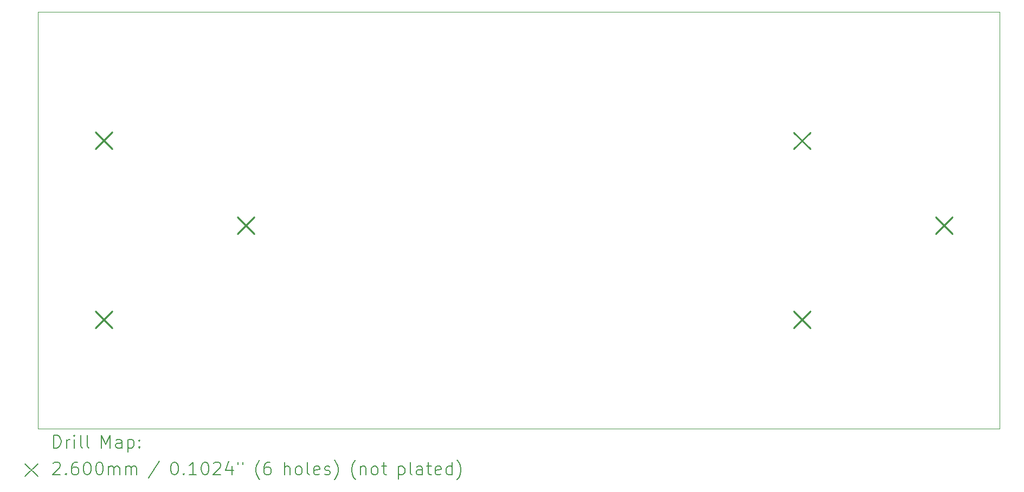
<source format=gbr>
%TF.GenerationSoftware,KiCad,Pcbnew,(7.0.0-0)*%
%TF.CreationDate,2023-03-03T08:57:49+01:00*%
%TF.ProjectId,sensor_circuit_board_esp32,73656e73-6f72-45f6-9369-72637569745f,rev?*%
%TF.SameCoordinates,Original*%
%TF.FileFunction,Drillmap*%
%TF.FilePolarity,Positive*%
%FSLAX45Y45*%
G04 Gerber Fmt 4.5, Leading zero omitted, Abs format (unit mm)*
G04 Created by KiCad (PCBNEW (7.0.0-0)) date 2023-03-03 08:57:49*
%MOMM*%
%LPD*%
G01*
G04 APERTURE LIST*
%ADD10C,0.100000*%
%ADD11C,0.200000*%
%ADD12C,0.260000*%
G04 APERTURE END LIST*
D10*
X7130000Y-6290000D02*
X22143000Y-6290000D01*
X22143000Y-6290000D02*
X22143000Y-12809000D01*
X22143000Y-12809000D02*
X7130000Y-12809000D01*
X7130000Y-12809000D02*
X7130000Y-6290000D01*
D11*
D12*
X8023000Y-8170000D02*
X8283000Y-8430000D01*
X8283000Y-8170000D02*
X8023000Y-8430000D01*
X8023000Y-10970000D02*
X8283000Y-11230000D01*
X8283000Y-10970000D02*
X8023000Y-11230000D01*
X10243000Y-9495000D02*
X10503000Y-9755000D01*
X10503000Y-9495000D02*
X10243000Y-9755000D01*
X18929000Y-8173000D02*
X19189000Y-8433000D01*
X19189000Y-8173000D02*
X18929000Y-8433000D01*
X18929000Y-10973000D02*
X19189000Y-11233000D01*
X19189000Y-10973000D02*
X18929000Y-11233000D01*
X21149000Y-9498000D02*
X21409000Y-9758000D01*
X21409000Y-9498000D02*
X21149000Y-9758000D01*
D11*
X7372619Y-13107476D02*
X7372619Y-12907476D01*
X7372619Y-12907476D02*
X7420238Y-12907476D01*
X7420238Y-12907476D02*
X7448809Y-12917000D01*
X7448809Y-12917000D02*
X7467857Y-12936048D01*
X7467857Y-12936048D02*
X7477381Y-12955095D01*
X7477381Y-12955095D02*
X7486905Y-12993190D01*
X7486905Y-12993190D02*
X7486905Y-13021762D01*
X7486905Y-13021762D02*
X7477381Y-13059857D01*
X7477381Y-13059857D02*
X7467857Y-13078905D01*
X7467857Y-13078905D02*
X7448809Y-13097952D01*
X7448809Y-13097952D02*
X7420238Y-13107476D01*
X7420238Y-13107476D02*
X7372619Y-13107476D01*
X7572619Y-13107476D02*
X7572619Y-12974143D01*
X7572619Y-13012238D02*
X7582143Y-12993190D01*
X7582143Y-12993190D02*
X7591667Y-12983667D01*
X7591667Y-12983667D02*
X7610714Y-12974143D01*
X7610714Y-12974143D02*
X7629762Y-12974143D01*
X7696428Y-13107476D02*
X7696428Y-12974143D01*
X7696428Y-12907476D02*
X7686905Y-12917000D01*
X7686905Y-12917000D02*
X7696428Y-12926524D01*
X7696428Y-12926524D02*
X7705952Y-12917000D01*
X7705952Y-12917000D02*
X7696428Y-12907476D01*
X7696428Y-12907476D02*
X7696428Y-12926524D01*
X7820238Y-13107476D02*
X7801190Y-13097952D01*
X7801190Y-13097952D02*
X7791667Y-13078905D01*
X7791667Y-13078905D02*
X7791667Y-12907476D01*
X7925000Y-13107476D02*
X7905952Y-13097952D01*
X7905952Y-13097952D02*
X7896428Y-13078905D01*
X7896428Y-13078905D02*
X7896428Y-12907476D01*
X8121190Y-13107476D02*
X8121190Y-12907476D01*
X8121190Y-12907476D02*
X8187857Y-13050333D01*
X8187857Y-13050333D02*
X8254524Y-12907476D01*
X8254524Y-12907476D02*
X8254524Y-13107476D01*
X8435476Y-13107476D02*
X8435476Y-13002714D01*
X8435476Y-13002714D02*
X8425952Y-12983667D01*
X8425952Y-12983667D02*
X8406905Y-12974143D01*
X8406905Y-12974143D02*
X8368809Y-12974143D01*
X8368809Y-12974143D02*
X8349762Y-12983667D01*
X8435476Y-13097952D02*
X8416429Y-13107476D01*
X8416429Y-13107476D02*
X8368809Y-13107476D01*
X8368809Y-13107476D02*
X8349762Y-13097952D01*
X8349762Y-13097952D02*
X8340238Y-13078905D01*
X8340238Y-13078905D02*
X8340238Y-13059857D01*
X8340238Y-13059857D02*
X8349762Y-13040809D01*
X8349762Y-13040809D02*
X8368809Y-13031286D01*
X8368809Y-13031286D02*
X8416429Y-13031286D01*
X8416429Y-13031286D02*
X8435476Y-13021762D01*
X8530714Y-12974143D02*
X8530714Y-13174143D01*
X8530714Y-12983667D02*
X8549762Y-12974143D01*
X8549762Y-12974143D02*
X8587857Y-12974143D01*
X8587857Y-12974143D02*
X8606905Y-12983667D01*
X8606905Y-12983667D02*
X8616429Y-12993190D01*
X8616429Y-12993190D02*
X8625952Y-13012238D01*
X8625952Y-13012238D02*
X8625952Y-13069381D01*
X8625952Y-13069381D02*
X8616429Y-13088428D01*
X8616429Y-13088428D02*
X8606905Y-13097952D01*
X8606905Y-13097952D02*
X8587857Y-13107476D01*
X8587857Y-13107476D02*
X8549762Y-13107476D01*
X8549762Y-13107476D02*
X8530714Y-13097952D01*
X8711667Y-13088428D02*
X8721190Y-13097952D01*
X8721190Y-13097952D02*
X8711667Y-13107476D01*
X8711667Y-13107476D02*
X8702143Y-13097952D01*
X8702143Y-13097952D02*
X8711667Y-13088428D01*
X8711667Y-13088428D02*
X8711667Y-13107476D01*
X8711667Y-12983667D02*
X8721190Y-12993190D01*
X8721190Y-12993190D02*
X8711667Y-13002714D01*
X8711667Y-13002714D02*
X8702143Y-12993190D01*
X8702143Y-12993190D02*
X8711667Y-12983667D01*
X8711667Y-12983667D02*
X8711667Y-13002714D01*
X6925000Y-13354000D02*
X7125000Y-13554000D01*
X7125000Y-13354000D02*
X6925000Y-13554000D01*
X7363095Y-13346524D02*
X7372619Y-13337000D01*
X7372619Y-13337000D02*
X7391667Y-13327476D01*
X7391667Y-13327476D02*
X7439286Y-13327476D01*
X7439286Y-13327476D02*
X7458333Y-13337000D01*
X7458333Y-13337000D02*
X7467857Y-13346524D01*
X7467857Y-13346524D02*
X7477381Y-13365571D01*
X7477381Y-13365571D02*
X7477381Y-13384619D01*
X7477381Y-13384619D02*
X7467857Y-13413190D01*
X7467857Y-13413190D02*
X7353571Y-13527476D01*
X7353571Y-13527476D02*
X7477381Y-13527476D01*
X7563095Y-13508428D02*
X7572619Y-13517952D01*
X7572619Y-13517952D02*
X7563095Y-13527476D01*
X7563095Y-13527476D02*
X7553571Y-13517952D01*
X7553571Y-13517952D02*
X7563095Y-13508428D01*
X7563095Y-13508428D02*
X7563095Y-13527476D01*
X7744048Y-13327476D02*
X7705952Y-13327476D01*
X7705952Y-13327476D02*
X7686905Y-13337000D01*
X7686905Y-13337000D02*
X7677381Y-13346524D01*
X7677381Y-13346524D02*
X7658333Y-13375095D01*
X7658333Y-13375095D02*
X7648809Y-13413190D01*
X7648809Y-13413190D02*
X7648809Y-13489381D01*
X7648809Y-13489381D02*
X7658333Y-13508428D01*
X7658333Y-13508428D02*
X7667857Y-13517952D01*
X7667857Y-13517952D02*
X7686905Y-13527476D01*
X7686905Y-13527476D02*
X7725000Y-13527476D01*
X7725000Y-13527476D02*
X7744048Y-13517952D01*
X7744048Y-13517952D02*
X7753571Y-13508428D01*
X7753571Y-13508428D02*
X7763095Y-13489381D01*
X7763095Y-13489381D02*
X7763095Y-13441762D01*
X7763095Y-13441762D02*
X7753571Y-13422714D01*
X7753571Y-13422714D02*
X7744048Y-13413190D01*
X7744048Y-13413190D02*
X7725000Y-13403667D01*
X7725000Y-13403667D02*
X7686905Y-13403667D01*
X7686905Y-13403667D02*
X7667857Y-13413190D01*
X7667857Y-13413190D02*
X7658333Y-13422714D01*
X7658333Y-13422714D02*
X7648809Y-13441762D01*
X7886905Y-13327476D02*
X7905952Y-13327476D01*
X7905952Y-13327476D02*
X7925000Y-13337000D01*
X7925000Y-13337000D02*
X7934524Y-13346524D01*
X7934524Y-13346524D02*
X7944048Y-13365571D01*
X7944048Y-13365571D02*
X7953571Y-13403667D01*
X7953571Y-13403667D02*
X7953571Y-13451286D01*
X7953571Y-13451286D02*
X7944048Y-13489381D01*
X7944048Y-13489381D02*
X7934524Y-13508428D01*
X7934524Y-13508428D02*
X7925000Y-13517952D01*
X7925000Y-13517952D02*
X7905952Y-13527476D01*
X7905952Y-13527476D02*
X7886905Y-13527476D01*
X7886905Y-13527476D02*
X7867857Y-13517952D01*
X7867857Y-13517952D02*
X7858333Y-13508428D01*
X7858333Y-13508428D02*
X7848809Y-13489381D01*
X7848809Y-13489381D02*
X7839286Y-13451286D01*
X7839286Y-13451286D02*
X7839286Y-13403667D01*
X7839286Y-13403667D02*
X7848809Y-13365571D01*
X7848809Y-13365571D02*
X7858333Y-13346524D01*
X7858333Y-13346524D02*
X7867857Y-13337000D01*
X7867857Y-13337000D02*
X7886905Y-13327476D01*
X8077381Y-13327476D02*
X8096429Y-13327476D01*
X8096429Y-13327476D02*
X8115476Y-13337000D01*
X8115476Y-13337000D02*
X8125000Y-13346524D01*
X8125000Y-13346524D02*
X8134524Y-13365571D01*
X8134524Y-13365571D02*
X8144048Y-13403667D01*
X8144048Y-13403667D02*
X8144048Y-13451286D01*
X8144048Y-13451286D02*
X8134524Y-13489381D01*
X8134524Y-13489381D02*
X8125000Y-13508428D01*
X8125000Y-13508428D02*
X8115476Y-13517952D01*
X8115476Y-13517952D02*
X8096429Y-13527476D01*
X8096429Y-13527476D02*
X8077381Y-13527476D01*
X8077381Y-13527476D02*
X8058333Y-13517952D01*
X8058333Y-13517952D02*
X8048809Y-13508428D01*
X8048809Y-13508428D02*
X8039286Y-13489381D01*
X8039286Y-13489381D02*
X8029762Y-13451286D01*
X8029762Y-13451286D02*
X8029762Y-13403667D01*
X8029762Y-13403667D02*
X8039286Y-13365571D01*
X8039286Y-13365571D02*
X8048809Y-13346524D01*
X8048809Y-13346524D02*
X8058333Y-13337000D01*
X8058333Y-13337000D02*
X8077381Y-13327476D01*
X8229762Y-13527476D02*
X8229762Y-13394143D01*
X8229762Y-13413190D02*
X8239286Y-13403667D01*
X8239286Y-13403667D02*
X8258333Y-13394143D01*
X8258333Y-13394143D02*
X8286905Y-13394143D01*
X8286905Y-13394143D02*
X8305952Y-13403667D01*
X8305952Y-13403667D02*
X8315476Y-13422714D01*
X8315476Y-13422714D02*
X8315476Y-13527476D01*
X8315476Y-13422714D02*
X8325000Y-13403667D01*
X8325000Y-13403667D02*
X8344048Y-13394143D01*
X8344048Y-13394143D02*
X8372619Y-13394143D01*
X8372619Y-13394143D02*
X8391667Y-13403667D01*
X8391667Y-13403667D02*
X8401191Y-13422714D01*
X8401191Y-13422714D02*
X8401191Y-13527476D01*
X8496429Y-13527476D02*
X8496429Y-13394143D01*
X8496429Y-13413190D02*
X8505952Y-13403667D01*
X8505952Y-13403667D02*
X8525000Y-13394143D01*
X8525000Y-13394143D02*
X8553572Y-13394143D01*
X8553572Y-13394143D02*
X8572619Y-13403667D01*
X8572619Y-13403667D02*
X8582143Y-13422714D01*
X8582143Y-13422714D02*
X8582143Y-13527476D01*
X8582143Y-13422714D02*
X8591667Y-13403667D01*
X8591667Y-13403667D02*
X8610714Y-13394143D01*
X8610714Y-13394143D02*
X8639286Y-13394143D01*
X8639286Y-13394143D02*
X8658333Y-13403667D01*
X8658333Y-13403667D02*
X8667857Y-13422714D01*
X8667857Y-13422714D02*
X8667857Y-13527476D01*
X9025952Y-13317952D02*
X8854524Y-13575095D01*
X9250714Y-13327476D02*
X9269762Y-13327476D01*
X9269762Y-13327476D02*
X9288810Y-13337000D01*
X9288810Y-13337000D02*
X9298333Y-13346524D01*
X9298333Y-13346524D02*
X9307857Y-13365571D01*
X9307857Y-13365571D02*
X9317381Y-13403667D01*
X9317381Y-13403667D02*
X9317381Y-13451286D01*
X9317381Y-13451286D02*
X9307857Y-13489381D01*
X9307857Y-13489381D02*
X9298333Y-13508428D01*
X9298333Y-13508428D02*
X9288810Y-13517952D01*
X9288810Y-13517952D02*
X9269762Y-13527476D01*
X9269762Y-13527476D02*
X9250714Y-13527476D01*
X9250714Y-13527476D02*
X9231667Y-13517952D01*
X9231667Y-13517952D02*
X9222143Y-13508428D01*
X9222143Y-13508428D02*
X9212619Y-13489381D01*
X9212619Y-13489381D02*
X9203095Y-13451286D01*
X9203095Y-13451286D02*
X9203095Y-13403667D01*
X9203095Y-13403667D02*
X9212619Y-13365571D01*
X9212619Y-13365571D02*
X9222143Y-13346524D01*
X9222143Y-13346524D02*
X9231667Y-13337000D01*
X9231667Y-13337000D02*
X9250714Y-13327476D01*
X9403095Y-13508428D02*
X9412619Y-13517952D01*
X9412619Y-13517952D02*
X9403095Y-13527476D01*
X9403095Y-13527476D02*
X9393572Y-13517952D01*
X9393572Y-13517952D02*
X9403095Y-13508428D01*
X9403095Y-13508428D02*
X9403095Y-13527476D01*
X9603095Y-13527476D02*
X9488810Y-13527476D01*
X9545952Y-13527476D02*
X9545952Y-13327476D01*
X9545952Y-13327476D02*
X9526905Y-13356048D01*
X9526905Y-13356048D02*
X9507857Y-13375095D01*
X9507857Y-13375095D02*
X9488810Y-13384619D01*
X9726905Y-13327476D02*
X9745953Y-13327476D01*
X9745953Y-13327476D02*
X9765000Y-13337000D01*
X9765000Y-13337000D02*
X9774524Y-13346524D01*
X9774524Y-13346524D02*
X9784048Y-13365571D01*
X9784048Y-13365571D02*
X9793572Y-13403667D01*
X9793572Y-13403667D02*
X9793572Y-13451286D01*
X9793572Y-13451286D02*
X9784048Y-13489381D01*
X9784048Y-13489381D02*
X9774524Y-13508428D01*
X9774524Y-13508428D02*
X9765000Y-13517952D01*
X9765000Y-13517952D02*
X9745953Y-13527476D01*
X9745953Y-13527476D02*
X9726905Y-13527476D01*
X9726905Y-13527476D02*
X9707857Y-13517952D01*
X9707857Y-13517952D02*
X9698333Y-13508428D01*
X9698333Y-13508428D02*
X9688810Y-13489381D01*
X9688810Y-13489381D02*
X9679286Y-13451286D01*
X9679286Y-13451286D02*
X9679286Y-13403667D01*
X9679286Y-13403667D02*
X9688810Y-13365571D01*
X9688810Y-13365571D02*
X9698333Y-13346524D01*
X9698333Y-13346524D02*
X9707857Y-13337000D01*
X9707857Y-13337000D02*
X9726905Y-13327476D01*
X9869762Y-13346524D02*
X9879286Y-13337000D01*
X9879286Y-13337000D02*
X9898333Y-13327476D01*
X9898333Y-13327476D02*
X9945953Y-13327476D01*
X9945953Y-13327476D02*
X9965000Y-13337000D01*
X9965000Y-13337000D02*
X9974524Y-13346524D01*
X9974524Y-13346524D02*
X9984048Y-13365571D01*
X9984048Y-13365571D02*
X9984048Y-13384619D01*
X9984048Y-13384619D02*
X9974524Y-13413190D01*
X9974524Y-13413190D02*
X9860238Y-13527476D01*
X9860238Y-13527476D02*
X9984048Y-13527476D01*
X10155476Y-13394143D02*
X10155476Y-13527476D01*
X10107857Y-13317952D02*
X10060238Y-13460809D01*
X10060238Y-13460809D02*
X10184048Y-13460809D01*
X10250714Y-13327476D02*
X10250714Y-13365571D01*
X10326905Y-13327476D02*
X10326905Y-13365571D01*
X10589762Y-13603667D02*
X10580238Y-13594143D01*
X10580238Y-13594143D02*
X10561191Y-13565571D01*
X10561191Y-13565571D02*
X10551667Y-13546524D01*
X10551667Y-13546524D02*
X10542143Y-13517952D01*
X10542143Y-13517952D02*
X10532619Y-13470333D01*
X10532619Y-13470333D02*
X10532619Y-13432238D01*
X10532619Y-13432238D02*
X10542143Y-13384619D01*
X10542143Y-13384619D02*
X10551667Y-13356048D01*
X10551667Y-13356048D02*
X10561191Y-13337000D01*
X10561191Y-13337000D02*
X10580238Y-13308428D01*
X10580238Y-13308428D02*
X10589762Y-13298905D01*
X10751667Y-13327476D02*
X10713572Y-13327476D01*
X10713572Y-13327476D02*
X10694524Y-13337000D01*
X10694524Y-13337000D02*
X10685000Y-13346524D01*
X10685000Y-13346524D02*
X10665953Y-13375095D01*
X10665953Y-13375095D02*
X10656429Y-13413190D01*
X10656429Y-13413190D02*
X10656429Y-13489381D01*
X10656429Y-13489381D02*
X10665953Y-13508428D01*
X10665953Y-13508428D02*
X10675476Y-13517952D01*
X10675476Y-13517952D02*
X10694524Y-13527476D01*
X10694524Y-13527476D02*
X10732619Y-13527476D01*
X10732619Y-13527476D02*
X10751667Y-13517952D01*
X10751667Y-13517952D02*
X10761191Y-13508428D01*
X10761191Y-13508428D02*
X10770714Y-13489381D01*
X10770714Y-13489381D02*
X10770714Y-13441762D01*
X10770714Y-13441762D02*
X10761191Y-13422714D01*
X10761191Y-13422714D02*
X10751667Y-13413190D01*
X10751667Y-13413190D02*
X10732619Y-13403667D01*
X10732619Y-13403667D02*
X10694524Y-13403667D01*
X10694524Y-13403667D02*
X10675476Y-13413190D01*
X10675476Y-13413190D02*
X10665953Y-13422714D01*
X10665953Y-13422714D02*
X10656429Y-13441762D01*
X10976429Y-13527476D02*
X10976429Y-13327476D01*
X11062143Y-13527476D02*
X11062143Y-13422714D01*
X11062143Y-13422714D02*
X11052619Y-13403667D01*
X11052619Y-13403667D02*
X11033572Y-13394143D01*
X11033572Y-13394143D02*
X11005000Y-13394143D01*
X11005000Y-13394143D02*
X10985953Y-13403667D01*
X10985953Y-13403667D02*
X10976429Y-13413190D01*
X11185952Y-13527476D02*
X11166905Y-13517952D01*
X11166905Y-13517952D02*
X11157381Y-13508428D01*
X11157381Y-13508428D02*
X11147857Y-13489381D01*
X11147857Y-13489381D02*
X11147857Y-13432238D01*
X11147857Y-13432238D02*
X11157381Y-13413190D01*
X11157381Y-13413190D02*
X11166905Y-13403667D01*
X11166905Y-13403667D02*
X11185952Y-13394143D01*
X11185952Y-13394143D02*
X11214524Y-13394143D01*
X11214524Y-13394143D02*
X11233572Y-13403667D01*
X11233572Y-13403667D02*
X11243095Y-13413190D01*
X11243095Y-13413190D02*
X11252619Y-13432238D01*
X11252619Y-13432238D02*
X11252619Y-13489381D01*
X11252619Y-13489381D02*
X11243095Y-13508428D01*
X11243095Y-13508428D02*
X11233572Y-13517952D01*
X11233572Y-13517952D02*
X11214524Y-13527476D01*
X11214524Y-13527476D02*
X11185952Y-13527476D01*
X11366905Y-13527476D02*
X11347857Y-13517952D01*
X11347857Y-13517952D02*
X11338333Y-13498905D01*
X11338333Y-13498905D02*
X11338333Y-13327476D01*
X11519286Y-13517952D02*
X11500238Y-13527476D01*
X11500238Y-13527476D02*
X11462143Y-13527476D01*
X11462143Y-13527476D02*
X11443095Y-13517952D01*
X11443095Y-13517952D02*
X11433572Y-13498905D01*
X11433572Y-13498905D02*
X11433572Y-13422714D01*
X11433572Y-13422714D02*
X11443095Y-13403667D01*
X11443095Y-13403667D02*
X11462143Y-13394143D01*
X11462143Y-13394143D02*
X11500238Y-13394143D01*
X11500238Y-13394143D02*
X11519286Y-13403667D01*
X11519286Y-13403667D02*
X11528810Y-13422714D01*
X11528810Y-13422714D02*
X11528810Y-13441762D01*
X11528810Y-13441762D02*
X11433572Y-13460809D01*
X11605000Y-13517952D02*
X11624048Y-13527476D01*
X11624048Y-13527476D02*
X11662143Y-13527476D01*
X11662143Y-13527476D02*
X11681191Y-13517952D01*
X11681191Y-13517952D02*
X11690714Y-13498905D01*
X11690714Y-13498905D02*
X11690714Y-13489381D01*
X11690714Y-13489381D02*
X11681191Y-13470333D01*
X11681191Y-13470333D02*
X11662143Y-13460809D01*
X11662143Y-13460809D02*
X11633572Y-13460809D01*
X11633572Y-13460809D02*
X11614524Y-13451286D01*
X11614524Y-13451286D02*
X11605000Y-13432238D01*
X11605000Y-13432238D02*
X11605000Y-13422714D01*
X11605000Y-13422714D02*
X11614524Y-13403667D01*
X11614524Y-13403667D02*
X11633572Y-13394143D01*
X11633572Y-13394143D02*
X11662143Y-13394143D01*
X11662143Y-13394143D02*
X11681191Y-13403667D01*
X11757381Y-13603667D02*
X11766905Y-13594143D01*
X11766905Y-13594143D02*
X11785953Y-13565571D01*
X11785953Y-13565571D02*
X11795476Y-13546524D01*
X11795476Y-13546524D02*
X11805000Y-13517952D01*
X11805000Y-13517952D02*
X11814524Y-13470333D01*
X11814524Y-13470333D02*
X11814524Y-13432238D01*
X11814524Y-13432238D02*
X11805000Y-13384619D01*
X11805000Y-13384619D02*
X11795476Y-13356048D01*
X11795476Y-13356048D02*
X11785953Y-13337000D01*
X11785953Y-13337000D02*
X11766905Y-13308428D01*
X11766905Y-13308428D02*
X11757381Y-13298905D01*
X12086905Y-13603667D02*
X12077381Y-13594143D01*
X12077381Y-13594143D02*
X12058333Y-13565571D01*
X12058333Y-13565571D02*
X12048810Y-13546524D01*
X12048810Y-13546524D02*
X12039286Y-13517952D01*
X12039286Y-13517952D02*
X12029762Y-13470333D01*
X12029762Y-13470333D02*
X12029762Y-13432238D01*
X12029762Y-13432238D02*
X12039286Y-13384619D01*
X12039286Y-13384619D02*
X12048810Y-13356048D01*
X12048810Y-13356048D02*
X12058333Y-13337000D01*
X12058333Y-13337000D02*
X12077381Y-13308428D01*
X12077381Y-13308428D02*
X12086905Y-13298905D01*
X12163095Y-13394143D02*
X12163095Y-13527476D01*
X12163095Y-13413190D02*
X12172619Y-13403667D01*
X12172619Y-13403667D02*
X12191667Y-13394143D01*
X12191667Y-13394143D02*
X12220238Y-13394143D01*
X12220238Y-13394143D02*
X12239286Y-13403667D01*
X12239286Y-13403667D02*
X12248810Y-13422714D01*
X12248810Y-13422714D02*
X12248810Y-13527476D01*
X12372619Y-13527476D02*
X12353572Y-13517952D01*
X12353572Y-13517952D02*
X12344048Y-13508428D01*
X12344048Y-13508428D02*
X12334524Y-13489381D01*
X12334524Y-13489381D02*
X12334524Y-13432238D01*
X12334524Y-13432238D02*
X12344048Y-13413190D01*
X12344048Y-13413190D02*
X12353572Y-13403667D01*
X12353572Y-13403667D02*
X12372619Y-13394143D01*
X12372619Y-13394143D02*
X12401191Y-13394143D01*
X12401191Y-13394143D02*
X12420238Y-13403667D01*
X12420238Y-13403667D02*
X12429762Y-13413190D01*
X12429762Y-13413190D02*
X12439286Y-13432238D01*
X12439286Y-13432238D02*
X12439286Y-13489381D01*
X12439286Y-13489381D02*
X12429762Y-13508428D01*
X12429762Y-13508428D02*
X12420238Y-13517952D01*
X12420238Y-13517952D02*
X12401191Y-13527476D01*
X12401191Y-13527476D02*
X12372619Y-13527476D01*
X12496429Y-13394143D02*
X12572619Y-13394143D01*
X12525000Y-13327476D02*
X12525000Y-13498905D01*
X12525000Y-13498905D02*
X12534524Y-13517952D01*
X12534524Y-13517952D02*
X12553572Y-13527476D01*
X12553572Y-13527476D02*
X12572619Y-13527476D01*
X12759286Y-13394143D02*
X12759286Y-13594143D01*
X12759286Y-13403667D02*
X12778333Y-13394143D01*
X12778333Y-13394143D02*
X12816429Y-13394143D01*
X12816429Y-13394143D02*
X12835476Y-13403667D01*
X12835476Y-13403667D02*
X12845000Y-13413190D01*
X12845000Y-13413190D02*
X12854524Y-13432238D01*
X12854524Y-13432238D02*
X12854524Y-13489381D01*
X12854524Y-13489381D02*
X12845000Y-13508428D01*
X12845000Y-13508428D02*
X12835476Y-13517952D01*
X12835476Y-13517952D02*
X12816429Y-13527476D01*
X12816429Y-13527476D02*
X12778333Y-13527476D01*
X12778333Y-13527476D02*
X12759286Y-13517952D01*
X12968810Y-13527476D02*
X12949762Y-13517952D01*
X12949762Y-13517952D02*
X12940238Y-13498905D01*
X12940238Y-13498905D02*
X12940238Y-13327476D01*
X13130714Y-13527476D02*
X13130714Y-13422714D01*
X13130714Y-13422714D02*
X13121191Y-13403667D01*
X13121191Y-13403667D02*
X13102143Y-13394143D01*
X13102143Y-13394143D02*
X13064048Y-13394143D01*
X13064048Y-13394143D02*
X13045000Y-13403667D01*
X13130714Y-13517952D02*
X13111667Y-13527476D01*
X13111667Y-13527476D02*
X13064048Y-13527476D01*
X13064048Y-13527476D02*
X13045000Y-13517952D01*
X13045000Y-13517952D02*
X13035476Y-13498905D01*
X13035476Y-13498905D02*
X13035476Y-13479857D01*
X13035476Y-13479857D02*
X13045000Y-13460809D01*
X13045000Y-13460809D02*
X13064048Y-13451286D01*
X13064048Y-13451286D02*
X13111667Y-13451286D01*
X13111667Y-13451286D02*
X13130714Y-13441762D01*
X13197381Y-13394143D02*
X13273572Y-13394143D01*
X13225953Y-13327476D02*
X13225953Y-13498905D01*
X13225953Y-13498905D02*
X13235476Y-13517952D01*
X13235476Y-13517952D02*
X13254524Y-13527476D01*
X13254524Y-13527476D02*
X13273572Y-13527476D01*
X13416429Y-13517952D02*
X13397381Y-13527476D01*
X13397381Y-13527476D02*
X13359286Y-13527476D01*
X13359286Y-13527476D02*
X13340238Y-13517952D01*
X13340238Y-13517952D02*
X13330714Y-13498905D01*
X13330714Y-13498905D02*
X13330714Y-13422714D01*
X13330714Y-13422714D02*
X13340238Y-13403667D01*
X13340238Y-13403667D02*
X13359286Y-13394143D01*
X13359286Y-13394143D02*
X13397381Y-13394143D01*
X13397381Y-13394143D02*
X13416429Y-13403667D01*
X13416429Y-13403667D02*
X13425953Y-13422714D01*
X13425953Y-13422714D02*
X13425953Y-13441762D01*
X13425953Y-13441762D02*
X13330714Y-13460809D01*
X13597381Y-13527476D02*
X13597381Y-13327476D01*
X13597381Y-13517952D02*
X13578334Y-13527476D01*
X13578334Y-13527476D02*
X13540238Y-13527476D01*
X13540238Y-13527476D02*
X13521191Y-13517952D01*
X13521191Y-13517952D02*
X13511667Y-13508428D01*
X13511667Y-13508428D02*
X13502143Y-13489381D01*
X13502143Y-13489381D02*
X13502143Y-13432238D01*
X13502143Y-13432238D02*
X13511667Y-13413190D01*
X13511667Y-13413190D02*
X13521191Y-13403667D01*
X13521191Y-13403667D02*
X13540238Y-13394143D01*
X13540238Y-13394143D02*
X13578334Y-13394143D01*
X13578334Y-13394143D02*
X13597381Y-13403667D01*
X13673572Y-13603667D02*
X13683095Y-13594143D01*
X13683095Y-13594143D02*
X13702143Y-13565571D01*
X13702143Y-13565571D02*
X13711667Y-13546524D01*
X13711667Y-13546524D02*
X13721191Y-13517952D01*
X13721191Y-13517952D02*
X13730714Y-13470333D01*
X13730714Y-13470333D02*
X13730714Y-13432238D01*
X13730714Y-13432238D02*
X13721191Y-13384619D01*
X13721191Y-13384619D02*
X13711667Y-13356048D01*
X13711667Y-13356048D02*
X13702143Y-13337000D01*
X13702143Y-13337000D02*
X13683095Y-13308428D01*
X13683095Y-13308428D02*
X13673572Y-13298905D01*
M02*

</source>
